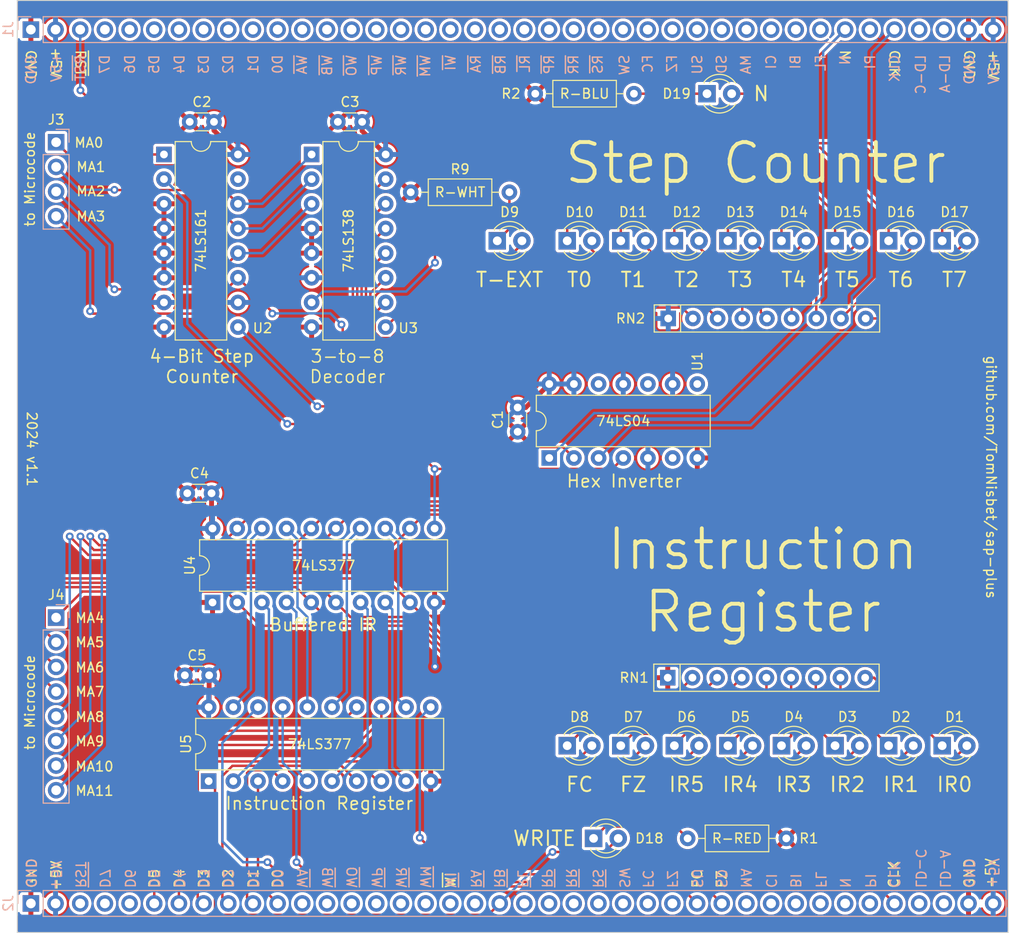
<source format=kicad_pcb>
(kicad_pcb (version 20240108) (generator "pcbnew") (generator_version "8.0")
  (title_block (title "SAP-Plus Instruction Register and Step Counter") (date "2024-12-01") (rev "1.1") (company "github.com/TomNisbet/sap-plus"))
  (layers (0 "F.Cu" signal) (31 "B.Cu" signal) (34 "B.Paste" user) (35 "F.Paste" user) (36 "B.SilkS" user "B.Silkscreen") (37 "F.SilkS" user "F.Silkscreen") (38 "B.Mask" user) (39 "F.Mask" user) (44 "Edge.Cuts" user))
  (net 0 "")
  (net 1 "CLK")
  (net 2 "N")
  (net 3 "+5V")
  (net 4 "D0")
  (net 5 "D1")
  (net 6 "D2")
  (net 7 "D3")
  (net 8 "D4")
  (net 9 "D5")
  (net 10 "GND")
  (net 11 "Net-(D1-K)")
  (net 12 "Net-(D2-K)")
  (net 13 "MA4")
  (net 14 "Net-(D3-K)")
  (net 15 "MA5")
  (net 16 "Net-(D4-K)")
  (net 17 "MA6")
  (net 18 "Net-(D5-K)")
  (net 19 "MA7")
  (net 20 "Net-(D6-K)")
  (net 21 "MA8")
  (net 22 "Net-(D7-K)")
  (net 23 "MA9")
  (net 24 "Net-(D8-K)")
  (net 25 "MA10")
  (net 26 "Net-(D9-K)")
  (net 27 "MA11")
  (net 28 "Net-(D10-K)")
  (net 29 "MA3")
  (net 30 "Net-(D10-A)")
  (net 31 "Net-(D11-K)")
  (net 32 "Net-(D11-A)")
  (net 33 "Net-(D12-A)")
  (net 34 "Net-(D12-K)")
  (net 35 "Net-(D13-A)")
  (net 36 "Net-(D13-K)")
  (net 37 "Net-(D14-A)")
  (net 38 "Net-(D14-K)")
  (net 39 "MA2")
  (net 40 "MA1")
  (net 41 "MA0")
  (net 42 "Net-(D15-K)")
  (net 43 "Net-(D15-A)")
  (net 44 "Net-(D16-K)")
  (net 45 "Net-(D16-A)")
  (net 46 "Net-(D17-K)")
  (net 47 "Net-(D17-A)")
  (net 48 "~{CLK}")
  (net 49 "~{WI}")
  (net 50 "~{RST}")
  (net 103 "Net-(U2-~{PE})")
  (net 105 "Net-(U4-D3)")
  (net 106 "Net-(U4-D1)")
  (net 107 "Net-(U4-D0)")
  (net 108 "Net-(U4-D2)")
  (net 109 "Net-(U4-D4)")
  (net 110 "Net-(U4-D5)")
  (net 111 "Net-(U4-D7)")
  (net 112 "Net-(U4-D6)")
  (net 122 "FZ")
  (net 123 "FC")
  (net 126 "Net-(D18-K)")
  (net 127 "Net-(D19-K)")
  (footprint "Capacitor_THT:C_Disc_D3.0mm_W1.6mm_P2.50mm" (layer "F.Cu") (at 136.51 87.42 90)
    (property "Reference" "C1")
    (property "Value" "0.1uF")
  )
  (footprint "Capacitor_THT:C_Disc_D3.0mm_W1.6mm_P2.50mm" (layer "F.Cu") (at 102.75 55.5)
    (property "Reference" "C2")
    (property "Value" "0.1uF")
  )
  (footprint "Capacitor_THT:C_Disc_D3.0mm_W1.6mm_P2.50mm" (layer "F.Cu") (at 118 55.5)
    (property "Reference" "C3")
    (property "Value" "0.1uF")
  )
  (footprint "Capacitor_THT:C_Disc_D3.0mm_W1.6mm_P2.50mm" (layer "F.Cu") (at 102.5 93.75)
    (property "Reference" "C4")
    (property "Value" "0.1uF")
  )
  (footprint "LED_THT:LED_D3.0mm" (layer "F.Cu") (at 180.21 119.75)
    (property "Reference" "D1")
    (property "Value" "IR0")
  )
  (footprint "LED_THT:LED_D3.0mm" (layer "F.Cu") (at 174.69571 119.75)
    (property "Reference" "D2")
    (property "Value" "IR1")
  )
  (footprint "LED_THT:LED_D3.0mm" (layer "F.Cu") (at 169.181425 119.75)
    (property "Reference" "D3")
    (property "Value" "IR2")
  )
  (footprint "LED_THT:LED_D3.0mm" (layer "F.Cu") (at 163.66714 119.75)
    (property "Reference" "D4")
    (property "Value" "IR3")
  )
  (footprint "LED_THT:LED_D3.0mm" (layer "F.Cu") (at 158.152855 119.75)
    (property "Reference" "D5")
    (property "Value" "IR4")
  )
  (footprint "LED_THT:LED_D3.0mm" (layer "F.Cu") (at 152.63857 119.75)
    (property "Reference" "D6")
    (property "Value" "IR5")
  )
  (footprint "LED_THT:LED_D3.0mm" (layer "F.Cu") (at 141.61 119.75)
    (property "Reference" "D8")
    (property "Value" "FC")
  )
  (footprint "LED_THT:LED_D3.0mm" (layer "F.Cu") (at 134.41 67.75)
    (property "Reference" "D9")
    (property "Value" "T-EXT")
  )
  (footprint "LED_THT:LED_D3.0mm" (layer "F.Cu") (at 141.61 67.75)
    (property "Reference" "D10")
    (property "Value" "T0")
  )
  (footprint "LED_THT:LED_D3.0mm" (layer "F.Cu") (at 147.124285 67.75)
    (property "Reference" "D11")
    (property "Value" "T1")
  )
  (footprint "LED_THT:LED_D3.0mm" (layer "F.Cu") (at 152.63857 67.75)
    (property "Reference" "D12")
    (property "Value" "T2")
  )
  (footprint "LED_THT:LED_D3.0mm" (layer "F.Cu") (at 158.152855 67.75)
    (property "Reference" "D13")
    (property "Value" "T3")
  )
  (footprint "LED_THT:LED_D3.0mm" (layer "F.Cu") (at 163.66714 67.75)
    (property "Reference" "D14")
    (property "Value" "T4")
  )
  (footprint "LED_THT:LED_D3.0mm" (layer "F.Cu") (at 169.181425 67.75)
    (property "Reference" "D15")
    (property "Value" "T5")
  )
  (footprint "LED_THT:LED_D3.0mm" (layer "F.Cu") (at 174.69571 67.75)
    (property "Reference" "D16")
    (property "Value" "T6")
  )
  (footprint "LED_THT:LED_D3.0mm" (layer "F.Cu") (at 180.21 67.75)
    (property "Reference" "D17")
    (property "Value" "T7")
  )
  (footprint "Resistor_THT:R_Axial_DIN0207_L6.3mm_D2.5mm_P10.16mm_Horizontal" (layer "F.Cu") (at 125.5 62.75)
    (property "Reference" "R9")
    (property "Value" "R-WHT")
  )
  (footprint "Package_DIP:DIP-20_W7.62mm" (layer "F.Cu") (at 105.1 105 90)
    (property "Reference" "U4")
    (property "Value" "74LS377")
  )
  (footprint "Package_DIP:DIP-20_W7.62mm" (layer "F.Cu") (at 104.7 123.4 90)
    (property "Reference" "U5")
    (property "Value" "74LS377")
  )
  (footprint "Package_DIP:DIP-16_W7.62mm" (layer "F.Cu") (at 115.3 58.86)
    (property "Reference" "U3")
    (property "Value" "74LS138")
  )
  (footprint "Capacitor_THT:C_Disc_D3.0mm_W1.6mm_P2.50mm" (layer "F.Cu") (at 102.25 112.5)
    (property "Reference" "C5")
    (property "Value" "0.1uF")
  )
  (footprint "LED_THT:LED_D3.0mm" (layer "F.Cu") (at 147.124285 119.75)
    (property "Reference" "D7")
    (property "Value" "FZ")
  )
  (footprint "Package_DIP:DIP-16_W7.62mm" (layer "F.Cu") (at 100.1 58.86)
    (property "Reference" "U2")
    (property "Value" "74LS161")
  )
  (footprint "Package_DIP:DIP-14_W7.62mm" (layer "F.Cu") (at 139.76 90.12 90)
    (property "Reference" "U1")
    (property "Value" "74LS04")
  )
  (footprint "Resistor_THT:R_Array_SIP9" (layer "F.Cu") (at 151.96 112.75)
    (property "Reference" "RN1")
    (property "Value" "R-GRN")
  )
  (footprint "Resistor_THT:R_Array_SIP9" (layer "F.Cu") (at 152.01 75.75)
    (property "Reference" "RN2")
    (property "Value" "R-YEL")
  )
  (footprint "LED_THT:LED_D3.0mm" (layer "F.Cu") (at 144.325 129.3)
    (property "Reference" "D18")
    (property "Value" "WRITE")
  )
  (footprint "Resistor_THT:R_Axial_DIN0207_L6.3mm_D2.5mm_P10.16mm_Horizontal" (layer "F.Cu") (at 164.165 129.3 180)
    (property "Reference" "R1")
    (property "Value" "R-RED")
  )
  (footprint "LED_THT:LED_D3.0mm" (layer "F.Cu") (at 156 52.6)
    (property "Reference" "D19")
    (property "Value" "N")
  )
  (footprint "Resistor_THT:R_Axial_DIN0207_L6.3mm_D2.5mm_P10.16mm_Horizontal" (layer "F.Cu") (at 138.32 52.6)
    (property "Reference" "R2")
    (property "Value" "R-BLU")
  )
  (footprint "Connector_PinHeader_2.54mm:PinHeader_1x40_P2.54mm_Vertical" (layer "B.Cu") (at 86.4 46 -90)
    (property "Reference" "J1")
    (property "Value" "Bus")
  )
  (footprint "Connector_PinHeader_2.54mm:PinHeader_1x04_P2.54mm_Vertical" (layer "B.Cu") (at 89 57.6 180)
    (property "Reference" "J3")
    (property "Value" "to Microcode")
  )
  (footprint "Connector_PinHeader_2.54mm:PinHeader_1x40_P2.54mm_Vertical" (layer "B.Cu") (at 86.4 136 -90)
    (property "Reference" "J2")
    (property "Value" "Bus")
  )
  (footprint "Connector_PinHeader_2.54mm:PinHeader_1x08_P2.54mm_Vertical" (layer "B.Cu") (at 89 106.56 180)
    (property "Reference" "J4")
    (property "Value" "to Microcode")
  )
  (gr_line (start 85 139) (end 85 43) (stroke (width 0.1)) (layer "Edge.Cuts"))
  (gr_line (start 187 43) (end 187 139) (stroke (width 0.1)) (layer "Edge.Cuts"))
  (gr_line (start 187 139) (end 85 139) (stroke (width 0.1)) (layer "Edge.Cuts"))
  (gr_line (start 85 43) (end 187 43) (stroke (width 0.1)) (layer "Edge.Cuts"))
  (gr_text "D1" (at 109.3 134.5 270) (layer "B.SilkS") (effects (font (size 1 1)) (justify left mirror)))
  (gr_text "~{RL}" (at 137 134.5 270) (layer "B.SilkS") (effects (font (size 1 1)) (justify left mirror)))
  (gr_text "D3" (at 104.2 134.5 270) (layer "B.SilkS") (effects (font (size 1 1)) (justify left mirror)))
  (gr_text "D0" (at 111.8 134.5 270) (layer "B.SilkS") (effects (font (size 1 1)) (justify left mirror)))
  (gr_text "GND" (at 183 134.5 270) (layer "B.SilkS") (effects (font (size 1 1)) (justify left mirror)))
  (gr_text "~{RA}" (at 132.2 134.5 270) (layer "B.SilkS") (effects (font (size 1 1)) (justify left mirror)))
  (gr_text "~{RS}" (at 144.75 48.5 90) (layer "B.SilkS") (effects (font (size 1 1)) (justify left mirror)))
  (gr_text "~{WP}" (at 122 48.5 90) (layer "B.SilkS") (effects (font (size 1 1)) (justify left mirror)))
  (gr_text "SU" (at 155 48.5 90) (layer "B.SilkS") (effects (font (size 1 1)) (justify left mirror)))
  (gr_text "~{RB}" (at 134.6 134.5 270) (layer "B.SilkS") (effects (font (size 1 1)) (justify left mirror)))
  (gr_text "GND" (at 183 48.5 90) (layer "B.SilkS") (effects (font (size 1 1)) (justify left mirror)))
  (gr_text "D2" (at 106.7 48.5 90) (layer "B.SilkS") (effects (font (size 1 1)) (justify left mirror)))
  (gr_text "CI" (at 162.6 48.5 90) (layer "B.SilkS") (effects (font (size 1 1)) (justify left mirror)))
  (gr_text "N" (at 170.2 134.5 270) (layer "B.SilkS") (effects (font (size 1 1)) (justify left mirror)))
  (gr_text "+5V" (at 185.5 48.5 90) (layer "B.SilkS") (effects (font (size 1 1)) (justify left mirror)))
  (gr_text "PI" (at 172.8 134.5 270) (layer "B.SilkS") (effects (font (size 1 1)) (justify left mirror)))
  (gr_text "D5" (at 99.1 48.5 90) (layer "B.SilkS") (effects (font (size 1 1)) (justify left mirror)))
  (gr_text "~{WP}" (at 122 134.5 270) (layer "B.SilkS") (effects (font (size 1 1)) (justify left mirror)))
  (gr_text "SW" (at 147.5 48.5 90) (layer "B.SilkS") (effects (font (size 1 1)) (justify left mirror)))
  (gr_text "~{WM}" (at 127 48.5 90) (layer "B.SilkS") (effects (font (size 1 1)) (justify left mirror)))
  (gr_text "CLK" (at 175.3 134.5 270) (layer "B.SilkS") (effects (font (size 1 1)) (justify left mirror)))
  (gr_text "+5V" (at 185.5 134.5 270) (layer "B.SilkS") (effects (font (size 1 1)) (justify left mirror)))
  (gr_text "D6" (at 96.6 134.5 270) (layer "B.SilkS") (effects (font (size 1 1)) (justify left mirror)))
  (gr_text "SD" (at 157.5 134.5 -90) (layer "B.SilkS") (effects (font (size 1 1)) (justify left mirror)))
  (gr_text "D5" (at 99.1 134.5 270) (layer "B.SilkS") (effects (font (size 1 1)) (justify left mirror)))
  (gr_text "~{WA}" (at 114.3 48.5 90) (layer "B.SilkS") (effects (font (size 1 1)) (justify left mirror)))
  (gr_text "D4" (at 101.7 48.5 90) (layer "B.SilkS") (effects (font (size 1 1)) (justify left mirror)))
  (gr_text "CLK" (at 175.3 48.5 90) (layer "B.SilkS") (effects (font (size 1 1)) (justify left mirror)))
  (gr_text "FZ" (at 152.4 48.5 90) (layer "B.SilkS") (effects (font (size 1 1)) (justify left mirror)))
  (gr_text "BI" (at 165.1 134.5 270) (layer "B.SilkS") (effects (font (size 1 1)) (justify left mirror)))
  (gr_text "LD-C" (at 178 48.5 90) (layer "B.SilkS") (effects (font (size 1 1)) (justify left mirror)))
  (gr_text "~{WA}" (at 114.3 134.5 270) (layer "B.SilkS") (effects (font (size 1 1)) (justify left mirror)))
  (gr_text "D1" (at 109.3 48.5 90) (layer "B.SilkS") (effects (font (size 1 1)) (justify left mirror)))
  (gr_text "MA" (at 160 48.5 90) (layer "B.SilkS") (effects (font (size 1 1)) (justify left mirror)))
  (gr_text "~{RB}" (at 134.75 48.5 90) (layer "B.SilkS") (effects (font (size 1 1)) (justify left mirror)))
  (gr_text "~{WM}" (at 127 134.5 270) (layer "B.SilkS") (effects (font (size 1 1)) (justify left mirror)))
  (gr_text "FZ" (at 152.4 134.5 270) (layer "B.SilkS") (effects (font (size 1 1)) (justify left mirror)))
  (gr_text "FC" (at 149.9 48.5 90) (layer "B.SilkS") (effects (font (size 1 1)) (justify left mirror)))
  (gr_text "~{WR}" (at 124.5 48.5 90) (layer "B.SilkS") (effects (font (size 1 1)) (justify left mirror)))
  (gr_text "SD" (at 157.5 48.5 90) (layer "B.SilkS") (effects (font (size 1 1)) (justify left mirror)))
  (gr_text "~{RS}" (at 144.75 134.5 -90) (layer "B.SilkS") (effects (font (size 1 1)) (justify left mirror)))
  (gr_text "~{WB}" (at 116.9 48.5 90) (layer "B.SilkS") (effects (font (size 1 1)) (justify left mirror)))
  (gr_text "LD-C" (at 178 134.5 270) (layer "B.SilkS") (effects (font (size 1 1)) (justify left mirror)))
  (gr_text "~{RA}" (at 132.2 48.5 90) (layer "B.SilkS") (effects (font (size 1 1)) (justify left mirror)))
  (gr_text "SU" (at 155 134.5 -90) (layer "B.SilkS") (effects (font (size 1 1)) (justify left mirror)))
  (gr_text "D7" (at 94 134.5 270) (layer "B.SilkS") (effects (font (size 1 1)) (justify left mirror)))
  (gr_text "~{RST}" (at 91.5 48.5 90) (layer "B.SilkS") (effects (font (size 1 1)) (justify left mirror)))
  (gr_text "~{RP}" (at 139.75 48.5 90) (layer "B.SilkS") (effects (font (size 1 1)) (justify left mirror)))
  (gr_text "D7" (at 94 48.5 90) (layer "B.SilkS") (effects (font (size 1 1)) (justify left mirror)))
  (gr_text "N" (at 170.2 48.5 90) (layer "B.SilkS") (effects (font (size 1 1)) (justify left mirror)))
  (gr_text "~{RST}" (at 91.5 134.5 270) (layer "B.SilkS") (effects (font (size 1 1)) (justify left mirror)))
  (gr_text "~{RR}" (at 142.25 48.5 90) (layer "B.SilkS") (effects (font (size 1 1)) (justify left mirror)))
  (gr_text "PI" (at 172.8 48.5 90) (layer "B.SilkS") (effects (font (size 1 1)) (justify left mirror)))
  (gr_text "GND" (at 86.4 48.5 90) (layer "B.SilkS") (effects (font (size 1 1)) (justify left mirror)))
  (gr_text "CI" (at 162.6 134.5 270) (layer "B.SilkS") (effects (font (size 1 1)) (justify left mirror)))
  (gr_text "LD-A" (at 180.5 134.5 270) (layer "B.SilkS") (effects (font (size 1 1)) (justify left mirror)))
  (gr_text "SW" (at 147.5 134.5 -90) (layer "B.SilkS") (effects (font (size 1 1)) (justify left mirror)))
  (gr_text "FL" (at 167.7 134.5 270) (layer "B.SilkS") (effects (font (size 1 1)) (justify left mirror)))
  (gr_text "D4" (at 101.7 134.5 270) (layer "B.SilkS") (effects (font (size 1 1)) (justify left mirror)))
  (gr_text "~{WI}" (at 129.6 48.5 90) (layer "B.SilkS") (effects (font (size 1 1)) (justify left mirror)))
  (gr_text "~{WI}" (at 129.6 134.5 270) (layer "B.SilkS") (effects (font (size 1 1)) (justify left mirror)))
  (gr_text "D0" (at 111.8 48.5 90) (layer "B.SilkS") (effects (font (size 1 1)) (justify left mirror)))
  (gr_text "~{WR}" (at 124.5 134.5 270) (layer "B.SilkS") (effects (font (size 1 1)) (justify left mirror)))
  (gr_text "FC" (at 149.9 134.5 270) (layer "B.SilkS") (effects (font (size 1 1)) (justify left mirror)))
  (gr_text "~{RL}" (at 137.25 48.5 90) (layer "B.SilkS") (effects (font (size 1 1)) (justify left mirror)))
  (gr_text "~{WO}" (at 119.4 134.5 270) (layer "B.SilkS") (effects (font (size 1 1)) (justify left mirror)))
  (gr_text "D2" (at 106.7 134.5 270) (layer "B.SilkS") (effects (font (size 1 1)) (justify left mirror)))
  (gr_text "~{RP}" (at 139.5 134.5 270) (layer "B.SilkS") (effects (font (size 1 1)) (justify left mirror)))
  (gr_text "GND" (at 86.4 134.5 270) (layer "B.SilkS") (effects (font (size 1 1)) (justify left mirror)))
  (gr_text "~{RR}" (at 142 134.5 270) (layer "B.SilkS") (effects (font (size 1 1)) (justify left mirror)))
  (gr_text "+5V" (at 89 134.75 270) (layer "B.SilkS") (effects (font (size 1 1)) (justify left mirror)))
  (gr_text "LD-A" (at 180.5 48.5 90) (layer "B.SilkS") (effects (font (size 1 1)) (justify left mirror)))
  (gr_text "D3" (at 104.2 48.5 90) (layer "B.SilkS") (effects (font (size 1 1)) (justify left mirror)))
  (gr_text "~{WB}" (at 116.9 134.5 270) (layer "B.SilkS") (effects (font (size 1 1)) (justify left mirror)))
  (gr_text "BI" (at 165.1 48.5 90) (layer "B.SilkS") (effects (font (size 1 1)) (justify left mirror)))
  (gr_text "MA" (at 160 134.5 270) (layer "B.SilkS") (effects (font (size 1 1)) (justify left mirror)))
  (gr_text "~{WO}" (at 119.4 48.5 90) (layer "B.SilkS") (effects (font (size 1 1)) (justify left mirror)))
  (gr_text "FL" (at 167.7 48.5 90) (layer "B.SilkS") (effects (font (size 1 1)) (justify left mirror)))
  (gr_text "+5V" (at 89 48.25 90) (layer "B.SilkS") (effects (font (size 1 1)) (justify left mirror)))
  (gr_text "D6" (at 96.6 48.5 90) (layer "B.SilkS") (effects (font (size 1 1)) (justify left mirror)))
  (gr_text "Instruction\nRegister" (at 161.75 102.75 0) (layer "F.SilkS") (effects (font (size 4 4) (thickness 0.4))))
  (gr_text "MA0" (at 90.8 57.65 0) (layer "F.SilkS") (effects (font (size 1 1)) (justify left)))
  (gr_text "MA11" (at 90.9 124.4 0) (layer "F.SilkS") (effects (font (size 1 1)) (justify left)))
  (gr_text "MA4" (at 90.9 106.6 0) (layer "F.SilkS") (effects (font (size 1 1)) (justify left)))
  (gr_text "MA5" (at 90.9 109.1 0) (layer "F.SilkS") (effects (font (size 1 1)) (justify left)))
  (gr_text "MA6" (at 90.9 111.7 0) (layer "F.SilkS") (effects (font (size 1 1)) (justify left)))
  (gr_text "MA7" (at 90.9 114.2 0) (layer "F.SilkS") (effects (font (size 1 1)) (justify left)))
  (gr_text "MA8" (at 90.9 116.8 0) (layer "F.SilkS") (effects (font (size 1 1)) (justify left)))
  (gr_text "MA9" (at 90.9 119.3 0) (layer "F.SilkS") (effects (font (size 1 1)) (justify left)))
  (gr_text "MA10" (at 90.9 121.9 0) (layer "F.SilkS") (effects (font (size 1 1)) (justify left)))
  (gr_text "MA1" (at 91 60.15 0) (layer "F.SilkS") (effects (font (size 1 1)) (justify left)))
  (gr_text "MA2" (at 91 62.65 0) (layer "F.SilkS") (effects (font (size 1 1)) (justify left)))
  (gr_text "MA3" (at 91 65.25 0) (layer "F.SilkS") (effects (font (size 1 1)) (justify left)))
  (gr_text "+5V" (at 185.21 134.5 90) (layer "F.SilkS") (effects (font (size 1 1)) (justify left)))
  (gr_text "GND" (at 183 48 270) (layer "F.SilkS") (effects (font (size 1 1)) (justify left)))
  (gr_text "D0" (at 111.8 134.5 90) (layer "F.SilkS") (effects (font (size 1 1)) (justify left)))
  (gr_text "FC" (at 155 134.5 90) (layer "F.SilkS") (effects (font (size 1 1)) (justify left)))
  (gr_text "~{WI}" (at 129.6 134.5 90) (layer "F.SilkS") (effects (font (size 1 1)) (justify left)))
  (gr_text "D3" (at 104.2 134.5 90) (layer "F.SilkS") (effects (font (size 1 1)) (justify left)))
  (gr_text "N" (at 170.2 48 270) (layer "F.SilkS") (effects (font (size 1 1)) (justify left)))
  (gr_text "~{RST}" (at 91.5 48 270) (layer "F.SilkS") (effects (font (size 1 1)) (justify left)))
  (gr_text "+5V" (at 185.5 48 270) (layer "F.SilkS") (effects (font (size 1 1)) (justify left)))
  (gr_text "D1" (at 109.3 134.5 90) (layer "F.SilkS") (effects (font (size 1 1)) (justify left)))
  (gr_text "D5" (at 99.1 134.5 90) (layer "F.SilkS") (effects (font (size 1 1)) (justify left)))
  (gr_text "D4" (at 101.7 134.5 90) (layer "F.SilkS") (effects (font (size 1 1)) (justify left)))
  (gr_text "FZ" (at 157.5 134.5 90) (layer "F.SilkS") (effects (font (size 1 1)) (justify left)))
  (gr_text "2024 v${REVISION}" (at 86.5 85.25 270) (layer "F.SilkS") (effects (font (size 1 1)) (justify left)))
  (gr_text "${COMPANY}" (at 185.25 79.5 270) (layer "F.SilkS") (effects (font (size 1 1)) (justify left)))
  (gr_text "CLK" (at 175.21 134.5 90) (layer "F.SilkS") (effects (font (size 1 1)) (justify left)))
  (gr_text "CLK" (at 175.3 48 270) (layer "F.SilkS") (effects (font (size 1 1)) (justify left)))
  (gr_text "GND" (at 86.5 134.5 90) (layer "F.SilkS") (effects (font (size 1 1)) (justify left)))
  (gr_text "+5V" (at 89 134.75 90) (layer "F.SilkS") (effects (font (size 1 1)) (justify left)))
  (gr_text "Step Counter" (at 161 59.75 0) (layer "F.SilkS") (effects (font (size 4 4) (thickness 0.4))))
  (gr_text "GND" (at 86.4 48 270) (layer "F.SilkS") (effects (font (size 1 1)) (justify left)))
  (gr_text "D2" (at 106.7 134.5 90) (layer "F.SilkS") (effects (font (size 1 1)) (justify left)))
  (gr_text "+5V" (at 89 47.75 270) (layer "F.SilkS") (effects (font (size 1 1)) (justify left)))
  (gr_text "4-Bit Step\nCounter" (at 104 82.5 0) (layer "F.SilkS") (effects (font (size 1.3 1.3) (thickness 0.17)) (justify bottom)))
  (gr_text "GND" (at 183 134.5 90) (layer "F.SilkS") (effects (font (size 1 1)) (justify left)))
  (gr_text "3-to-8\nDecoder" (at 119 82.5 0) (layer "F.SilkS") (effects (font (size 1.3 1.3)) (justify bottom)))
  (segment (start 172.3 133) (end 175.3 136) (width 0.25) (layer "F.Cu") (net 1))
  (segment (start 126.434999 129.234999) (end 130.2 133) (width 0.25) (layer "F.Cu") (net 1))
  (segment (start 130.2 133) (end 172.3 133) (width 0.25) (layer "F.Cu") (net 1))
  (via (at 126.434999 129.234999) (size 0.8) (drill 0.4) (layers "F.Cu" "B.Cu") (net 1))
  (segment (start 172.946425 48.353575) (end 172.946425 71.428575) (width 0.25) (layer "B.Cu") (net 1))
  (segment (start 160.5 86.75) (end 148.21 86.75) (width 0.25) (layer "B.Cu") (net 1))
  (segment (start 170.915 76.335) (end 160.5 86.75) (width 0.25) (layer "B.Cu") (net 1))
  (segment (start 127.56 115.78) (end 126.434999 116.905001) (width 0.25) (layer "B.Cu") (net 1))
  (segment (start 175.3 46) (end 172.946425 48.353575) (width 0.25) (layer "B.Cu") (net 1))
  (segment (start 172.946425 71.428575) (end 170.915 73.46) (width 0.25) (layer "B.Cu") (net 1))
  (segment (start 148.21 86.75) (end 144.84 90.12) (width 0.25) (layer "B.Cu") (net 1))
  (segment (start 170.915 73.46) (end 170.915 76.335) (width 0.25) (layer "B.Cu") (net 1))
  (segment (start 126.434999 116.905001) (end 126.434999 129.234999) (width 0.25) (layer "B.Cu") (net 1))
  (segment (start 163.62 52.6) (end 158.54 52.6) (width 0.25) (layer "F.Cu") (net 2))
  (segment (start 170.22 46) (end 163.62 52.6) (width 0.25) (layer "F.Cu") (net 2))
  (segment (start 166.125 75.284009) (end 166.125 76.125) (width 0.25) (layer "B.Cu") (net 2))
  (segment (start 170.22 46) (end 167.956425 48.263575) (width 0.25) (layer "B.Cu") (net 2))
  (segment (start 166.125 76.125) (end 156.75 85.5) (width 0.25) (layer "B.Cu") (net 2))
  (segment (start 167.956425 73.452584) (end 166.125 75.284009) (width 0.25) (layer "B.Cu") (net 2))
  (segment (start 144.38 85.5) (end 139.76 90.12) (width 0.25) (layer "B.Cu") (net 2))
  (segment (start 156.75 85.5) (end 144.38 85.5) (width 0.25) (layer "B.Cu") (net 2))
  (segment (start 167.956425 48.263575) (end 167.956425 73.452584) (width 0.25) (layer "B.Cu") (net 2))
  (segment (start 104.75 115.73) (end 104.7 115.78) (width 0.5) (layer "F.Cu") (net 3))
  (segment (start 136.51 84.92) (end 137.34 84.92) (width 0.5) (layer "F.Cu") (net 3))
  (segment (start 105.25 55.5) (end 105.25 56.39) (width 0.5) (layer "F.Cu") (net 3))
  (segment (start 105 93.75) (end 105 97.28) (width 0.5) (layer "F.Cu") (net 3))
  (segment (start 104.68 115.8) (end 104.7 115.78) (width 0.25) (layer "F.Cu") (net 3))
  (segment (start 120.5 56.44) (end 122.92 58.86) (width 0.5) (layer "F.Cu") (net 3))
  (segment (start 105 97.28) (end 105.1 97.38) (width 0.5) (layer "F.Cu") (net 3))
  (segment (start 137.34 84.92) (end 139.76 82.5) (width 0.5) (layer "F.Cu") (net 3))
  (segment (start 120.5 55.5) (end 120.5 56.44) (width 0.5) (layer "F.Cu") (net 3))
  (segment (start 105.25 56.39) (end 107.72 58.86) (width 0.5) (layer "F.Cu") (net 3))
  (segment (start 104.75 112.5) (end 104.75 115.73) (width 0.5) (layer "F.Cu") (net 3))
  (segment (start 109.78 123.4) (end 109.78 133.98) (width 0.25) (layer "F.Cu") (net 4))
  (segment (start 109.78 133.98) (end 111.8 136) (width 0.25) (layer "F.Cu") (net 4))
  (segment (start 108.654999 122.570001) (end 108.654999 135.394999) (width 0.25) (layer "F.Cu") (net 5))
  (segment (start 108.950001 122.274999) (end 108.654999 122.570001) (width 0.25) (layer "F.Cu") (net 5))
  (segment (start 108.654999 135.394999) (end 109.26 136) (width 0.25) (layer "F.Cu") (net 5))
  (segment (start 111.194999 122.274999) (end 108.950001 122.274999) (width 0.25) (layer "F.Cu") (net 5))
  (segment (start 112.32 123.4) (end 111.194999 122.274999) (width 0.25) (layer "F.Cu") (net 5))
  (segment (start 118.364991 121.824991) (end 107.150007 121.824991) (width 0.25) (layer "F.Cu") (net 6))
  (segment (start 107.150007 121.824991) (end 106.114999 122.859999) (width 0.25) (layer "F.Cu") (net 6))
  (segment (start 106.114999 122.859999) (end 106.114999 135.394999) (width 0.25) (layer "F.Cu") (net 6))
  (segment (start 119.94 123.4) (end 118.364991 121.824991) (width 0.25) (layer "F.Cu") (net 6))
  (segment (start 106.114999 135.394999) (end 106.72 136) (width 0.25) (layer "F.Cu") (net 6))
  (segment (start 103.574999 122.339999) (end 103.574999 135.394999) (width 0.25) (layer "F.Cu") (net 7))
  (segment (start 122.1 123.4) (end 120.074991 121.374991) (width 0.25) (layer "F.Cu") (net 7))
  (segment (start 103.574999 135.394999) (end 104.18 136) (width 0.25) (layer "F.Cu") (net 7))
  (segment (start 120.074991 121.374991) (end 118.861405 121.374991) (width 0.25) (layer "F.Cu") (net 7))
  (segment (start 118.861405 121.374991) (end 104.540007 121.374991) (width 0.25) (layer "F.Cu") (net 7))
  (segment (start 122.48 123.4) (end 122.1 123.4) (width 0.25) (layer "F.Cu") (net 7))
  (segment (start 104.540007 121.374991) (end 103.574999 122.339999) (width 0.25) (layer "F.Cu") (net 7))
  (segment (start 122.48 117.12) (end 119.92 119.68) (width 0.25) (layer "F.Cu") (net 8))
  (segment (start 101.64 121.516396) (end 101.64 136) (width 0.25) (layer "F.Cu") (net 8))
  (segment (start 119.92 119.68) (end 103.476396 119.68) (width 0.25) (layer "F.Cu") (net 8))
  (segment (start 122.48 115.78) (end 122.48 117.12) (width 0.25) (layer "F.Cu") (net 8))
  (segment (start 103.476396 119.68) (end 101.64 121.516396) (width 0.25) (layer "F.Cu") (net 8))
  (segment (start 119.94 115.78) (end 117.51 118.21) (width 0.25) (layer "F.Cu") (net 9))
  (segment (start 102.19 118.21) (end 99.1 121.3) (width 0.25) (layer "F.Cu") (net 9))
  (segment (start 117.51 118.21) (end 102.19 118.21) (width 0.25) (layer "F.Cu") (net 9))
  (segment (start 99.1 121.3) (end 99.1 136) (width 0.25) (layer "F.Cu") (net 9))
  (via (at 128 111.6) (size 0.8) (drill 0.4) (layers "F.Cu" "B.Cu") (net 10))
  (segment (start 127.96 111.56) (end 128 111.6) (width 0.5) (layer "B.Cu") (net 10))
  (segment (start 127.96 105) (end 127.96 111.56) (width 0.5) (layer "B.Cu") (net 10))
  (segment (start 172.28 112.75) (end 173.2 112.75) (width 0.25) (layer "F.Cu") (net 11))
  (segment (start 173.2 112.75) (end 180.2 119.75) (width 0.25) (layer "F.Cu") (net 11))
  (segment (start 180.2 119.75) (end 180.21 119.75) (width 0.25) (layer "F.Cu") (net 11))
  (segment (start 169.74 112.75) (end 169.74 114.79429) (width 0.25) (layer "F.Cu") (net 12))
  (segment (start 169.74 114.79429) (end 174.69571 119.75) (width 0.25) (layer "F.Cu") (net 12))
  (segment (start 131.7 119.60923) (end 136.54077 124.45) (width 0.25) (layer "F.Cu") (net 13))
  (segment (start 178.05 124.45) (end 182.75 119.75) (width 0.25) (layer "F.Cu") (net 13))
  (segment (start 107.64 105) (end 106.514999 103.874999) (width 0.25) (layer "F.Cu") (net 13))
  (segment (start 107.64 105) (end 110.040022 107.400022) (width 0.25) (layer "F.Cu") (net 13))
  (segment (start 110.040022 107.400022) (end 125.863612 107.400022) (width 0.25) (layer "F.Cu") (net 13))
  (segment (start 91.685001 103.874999) (end 89 106.56) (width 0.25) (layer "F.Cu") (net 13))
  (segment (start 131.7 113.23641) (end 131.7 119.60923) (width 0.25) (layer "F.Cu") (net 13))
  (segment (start 106.514999 103.874999) (end 91.685001 103.874999) (width 0.25) (layer "F.Cu") (net 13))
  (segment (start 125.863612 107.400022) (end 131.7 113.23641) (width 0.25) (layer "F.Cu") (net 13))
  (segment (start 136.54077 124.45) (end 178.05 124.45) (width 0.25) (layer "F.Cu") (net 13))
  (segment (start 167.2 112.75) (end 167.2 117.768575) (width 0.25) (layer "F.Cu") (net 14))
  (segment (start 167.2 117.768575) (end 169.181425 119.75) (width 0.25) (layer "F.Cu") (net 14))
  (segment (start 132.199982 119.472789) (end 136.727193 124) (width 0.25) (layer "F.Cu") (net 15))
  (segment (start 126.050011 106.950011) (end 132.199981 113.099981) (width 0.25) (layer "F.Cu") (net 15))
  (segment (start 132.199981 113.099981) (end 132.199982 119.449982) (width 0.25) (layer "F.Cu") (net 15))
  (segment (start 113.684989 103.424989) (end 89.850009 103.424989) (width 0.25) (layer "F.Cu") (net 15))
  (segment (start 87.824999 105.449999) (end 87.824999 107.924999) (width 0.25) (layer "F.Cu") (net 15))
  (segment (start 136.727193 124) (end 172.98571 124) (width 0.25) (layer "F.Cu") (net 15))
  (segment (start 115.26 105) (end 117.210011 106.950011) (width 0.25) (layer "F.Cu") (net 15))
  (segment (start 87.824999 107.924999) (end 89 109.1) (width 0.25) (layer "F.Cu") (net 15))
  (segment (start 132.199982 119.449982) (end 132.199982 119.472802) (width 0.25) (layer "F.Cu") (net 15))
  (segment (start 115.26 105) (end 113.684989 103.424989) (width 0.25) (layer "F.Cu") (net 15))
  (segment (start 132.199982 119.449982) (end 132.199982 119.472789) (width 0.25) (layer "F.Cu") (net 15))
  (segment (start 172.98571 124) (end 177.23571 119.75) (width 0.25) (layer "F.Cu") (net 15))
  (segment (start 89.850009 103.424989) (end 87.824999 105.449999) (width 0.25) (layer "F.Cu") (net 15))
  (segment (start 117.210011 106.950011) (end 126.050011 106.950011) (width 0.25) (layer "F.Cu") (net 15))
  (segment (start 164.66 112.75) (end 164.66 118.75714) (width 0.25) (layer "F.Cu") (net 16))
  (segment (start 164.66 118.75714) (end 163.66714 119.75) (width 0.25) (layer "F.Cu") (net 16))
  (segment (start 132.649989 112.886399) (end 132.649989 119.2864) (width 0.25) (layer "F.Cu") (net 17))
  (segment (start 117.8 105) (end 115.77498 102.97498) (width 0.25) (layer "F.Cu") (net 17))
  (segment (start 119.3 106.5) (end 126.26359 106.5) (width 0.25) (layer "F.Cu") (net 17))
  (segment (start 132.649989 119.2864) (end 136.863589 123.5) (width 0.25) (layer "F.Cu") (net 17))
  (segment (start 89.663608 102.97498) (end 87.374989 105.263599) (width 0.25) (layer "F.Cu") (net 17))
  (segment (start 167.971425 123.5) (end 171.721425 119.75) (width 0.25) (layer "F.Cu") (net 17))
  (segment (start 136.863589 123.5) (end 167.971425 123.5) (width 0.25) (layer "F.Cu") (net 17))
  (segment (start 115.77498 102.97498) (end 89.663608 102.97498) (width 0.25) (layer "F.Cu") (net 17))
  (segment (start 117.8 105) (end 119.3 106.5) (width 0.25) (layer "F.Cu") (net 17))
  (segment (start 87.374989 105.263599) (end 87.374989 110.014989) (width 0.25) (layer "F.Cu") (net 17))
  (segment (start 126.26359 106.5) (end 132.649989 112.886399) (width 0.25) (layer "F.Cu") (net 17))
  (segment (start 87.374989 110.014989) (end 89 111.64) (width 0.25) (layer "F.Cu") (net 17))
  (segment (start 162.12 112.75) (end 162.12 115.782855) (width 0.25) (layer "F.Cu") (net 18))
  (segment (start 162.12 115.782855) (end 158.152855 119.75) (width 0.25) (layer "F.Cu") (net 18))
  (segment (start 125.42 105) (end 122.944971 102.524971) (width 0.25) (layer "F.Cu") (net 19))
  (segment (start 86.924979 112.104979) (end 89 114.18) (width 0.25) (layer "F.Cu") (net 19))
  (segment (start 133.1 119.1) (end 137.05 123.05) (width 0.25) (layer "F.Cu") (net 19))
  (segment (start 122.944971 102.524971) (end 89.477208 102.52497) (width 0.25) (layer "F.Cu") (net 19))
  (segment (start 125.42 105) (end 125.42 105.02) (width 0.25) (layer "F.Cu") (net 19))
  (segment (start 133.1 112.7) (end 133.1 119.1) (width 0.25) (layer "F.Cu") (net 19))
  (segment (start 86.924979 105.077199) (end 86.924979 112.104979) (width 0.25) (layer "F.Cu") (net 19))
  (segment (start 125.42 105.02) (end 133.1 112.7) (width 0.25) (layer "F.Cu") (net 19))
  (segment (start 89.477208 102.52497) (end 86.924979 105.077199) (width 0.25) (layer "F.Cu") (net 19))
  (segment (start 137.05 123.05) (end 162.90714 123.05) (width 0.25) (layer "F.Cu") (net 19))
  (segment (start 162.90714 123.05) (end 166.20714 119.75) (width 0.25) (layer "F.Cu") (net 19))
  (segment (start 152.63857 119.69143) (end 152.63857 119.75) (width 0.25) (layer "F.Cu") (net 20))
  (segment (start 159.58 112.75) (end 152.63857 119.69143) (width 0.25) (layer "F.Cu") (net 20))
  (segment (start 137.290767 122.6) (end 157.842855 122.6) (width 0.25) (layer "F.Cu") (net 21))
  (segment (start 125.42 97.38) (end 126.849967 95.950033) (width 0.25) (layer "F.Cu") (net 21))
  (segment (start 157.842855 122.6) (end 160.692855 119.75) (width 0.25) (layer "F.Cu") (net 21))
  (segment (start 92.3 100.1) (end 90.4 98.2) (width 0.25) (layer "F.Cu") (net 21))
  (segment (start 122.7 100.1) (end 92.3 100.1) (width 0.25) (layer "F.Cu") (net 21))
  (segment (start 126.849967 95.950033) (end 129.650033 95.950033) (width 0.25) (layer "F.Cu") (net 21))
  (segment (start 125.42 97.38) (end 122.7 100.1) (width 0.25) (layer "F.Cu") (net 21))
  (segment (start 129.650033 95.950033) (end 133.550011 99.850011) (width 0.25) (layer "F.Cu") (net 21))
  (segment (start 133.550011 118.859244) (end 137.290767 122.6) (width 0.25) (layer "F.Cu") (net 21))
  (segment (start 133.550011 99.850011) (end 133.550011 118.859244) (width 0.25) (layer "F.Cu") (net 21))
  (via (at 90.4 98.2) (size 0.8) (drill 0.4) (layers "F.Cu" "B.Cu") (net 21))
  (segment (start 90.4 115.32) (end 90.4 98.2) (width 0.25) (layer "B.Cu") (net 21))
  (segment (start 89 116.72) (end 90.4 115.32) (width 0.25) (layer "B.Cu") (net 21))
  (segment (start 148.349285 118.525) (end 147.124285 119.75) (width 0.25) (layer "F.Cu") (net 22))
  (segment (start 157.04 112.75) (end 151.265 118.525) (width 0.25) (layer "F.Cu") (net 22))
  (segment (start 151.265 118.525) (end 148.349285 118.525) (width 0.25) (layer "F.Cu") (net 22))
  (segment (start 115.58 99.6) (end 92.9 99.6) (width 0.25) (layer "F.Cu") (net 23))
  (segment (start 137.477178 122.15) (end 152.77857 122.15) (width 0.25) (layer "F.Cu") (net 23))
  (segment (start 117.8 97.38) (end 115.58 99.6) (width 0.25) (layer "F.Cu") (net 23))
  (segment (start 134.000022 99.663611) (end 134.000022 118.672844) (width 0.25) (layer "F.Cu") (net 23))
  (segment (start 152.77857 122.15) (end 155.17857 119.75) (width 0.25) (layer "F.Cu") (net 23))
  (segment (start 129.836433 95.500022) (end 134.000022 99.663611) (width 0.25) (layer "F.Cu") (net 23))
  (segment (start 117.8 97.38) (end 119.679978 95.500022) (width 0.25) (layer "F.Cu") (net 23))
  (segment (start 134.000022 118.672844) (end 137.477178 122.15) (width 0.25) (layer "F.Cu") (net 23))
  (segment (start 92.9 99.6) (end 91.5 98.2) (width 0.25) (layer "F.Cu") (net 23))
  (segment (start 119.679978 95.500022) (end 129.836433 95.500022) (width 0.25) (layer "F.Cu") (net 23))
  (via (at 91.5 98.2) (size 0.8) (drill 0.4) (layers "F.Cu" "B.Cu") (net 23))
  (segment (start 89 119.26) (end 91.5 116.76) (width 0.25) (layer "B.Cu") (net 23))
  (segment (start 91.5 116.76) (end 91.5 98.2) (width 0.25) (layer "B.Cu") (net 23))
  (segment (start 149.175 118.075) (end 143.285 118.075) (width 0.25) (layer "F.Cu") (net 24))
  (segment (start 143.285 118.075) (end 141.61 119.75) (width 0.25) (layer "F.Cu") (net 24))
  (segment (start 154.5 112.75) (end 149.175 118.075) (width 0.25) (layer "F.Cu") (net 24))
  (segment (start 147.714285 121.7) (end 149.664285 119.75) (width 0.25) (layer "F.Cu") (net 25))
  (segment (start 115.26 97.38) (end 113.54 99.1) (width 0.25) (layer "F.Cu") (net 25))
  (segment (start 134.450033 99.386443) (end 134.450033 118.486444) (width 0.25) (layer "F.Cu") (net 25))
  (segment (start 130.113601 95.050011) (end 134.450033 99.386443) (width 0.25) (layer "F.Cu") (net 25))
  (segment (start 115.26 97.38) (end 117.589989 95.050011) (width 0.25) (layer "F.Cu") (net 25))
  (segment (start 113.54 99.1) (end 93.42532 99.1) (width 0.25) (layer "F.Cu") (net 25))
  (segment (start 93.42532 99.1) (end 92.51266 98.18734) (width 0.25) (layer "F.Cu") (net 25))
  (segment (start 117.589989 95.050011) (end 130.113601 95.050011) (width 0.25) (layer "F.Cu") (net 25))
  (segment (start 134.450033 118.486444) (end 137.663589 121.7) (width 0.25) (layer "F.Cu") (net 25))
  (segment (start 137.663589 121.7) (end 147.714285 121.7) (width 0.25) (layer "F.Cu") (net 25))
  (via (at 92.51266 98.18734) (size 0.8) (drill 0.4) (layers "F.Cu" "B.Cu") (net 25))
  (segment (start 89 121.8) (end 92.51266 118.28734) (width 0.25) (layer "B.Cu") (net 25))
  (segment (start 92.51266 118.28734) (end 92.51266 98.18734) (width 0.25) (layer "B.Cu") (net 25))
  (segment (start 135.66 66.5) (end 134.41 67.75) (width 0.25) (layer "F.Cu") (net 26))
  (segment (start 135.66 62.75) (end 135.66 66.5) (width 0.25) (layer "F.Cu") (net 26))
  (segment (start 134.900044 118.25) (end 137.900044 121.25) (width 0.25) (layer "F.Cu") (net 27))
  (segment (start 107.64 97.38) (end 110.42 94.6) (width 0.25) (layer "F.Cu") (net 27))
  (segment (start 110.42 94.6) (end 130.3 94.6) (width 0.25) (layer "F.Cu") (net 27))
  (segment (start 107.64 97.38) (end 106.420001 98.599999) (width 0.25) (layer "F.Cu") (net 27))
  (segment (start 134.900044 99.200044) (end 134.900044 118.25) (width 0.25) (layer "F.Cu") (net 27))
  (segment (start 106.420001 98.599999) (end 94.099999 98.599999) (width 0.25) (layer "F.Cu") (net 27))
  (segment (start 94.099999 98.599999) (end 93.7 98.2) (width 0.25) (layer "F.Cu") (net 27))
  (segment (start 130.3 94.6) (end 134.900044 99.200044) (width 0.25) (layer "F.Cu") (net 27))
  (segment (start 142.65 121.25) (end 144.15 119.75) (width 0.25) (layer "F.Cu") (net 27))
  (segment (start 137.900044 121.25) (end 142.65 121.25) (width 0.25) (layer "F.Cu") (net 27))
  (via (at 93.7 98.2) (size 0.8) (drill 0.4) (layers "F.Cu" "B.Cu") (net 27))
  (segment (start 89 124.34) (end 93.7 119.64) (width 0.25) (layer "B.Cu") (net 27))
  (segment (start 93.7 119.64) (end 93.7 98.2) (width 0.25) (layer "B.Cu") (net 27))
  (segment (start 122.92 61.4) (end 119.544944 64.775056) (width 0.25) (layer "F.Cu") (net 28))
  (segment (start 132.10004 62.69996) (end 133.849945 60.950055) (width 0.25) (layer "F.Cu") (net 28))
  (segment (start 119.544944 78.112001) (end 121.447999 80.015056) (width 0.25) (layer "F.Cu") (net 28))
  (segment (start 119.544944 64.775056) (end 119.544944 78.112001) (width 0.25) (layer "F.Cu") (net 28))
  (segment (start 132.10004 72.307017) (end 132.10004 62.69996) (width 0.25) (layer "F.Cu") (net 28))
  (segment (start 124.392001 80.015056) (end 132.10004 72.307017) (width 0.25) (layer "F.Cu") (net 28))
  (segment (start 137.230055 60.950055) (end 141.61 65.33) (width 0.25) (layer "F.Cu") (net 28))
  (segment (start 133.849945 60.950055) (end 137.230055 60.950055) (width 0.25) (layer "F.Cu") (net 28))
  (segment (start 141.61 65.33) (end 141.61 67.75) (width 0.25) (layer "F.Cu") (net 28))
  (segment (start 121.447999 80.015056) (end 124.392001 80.015056) (width 0.25) (layer "F.Cu") (net 28))
  (segment (start 121.261599 80.465067) (end 124.578401 80.465067) (width 0.25) (layer "F.Cu") (net 29))
  (segment (start 136.95 68.093468) (end 136.95 67.75) (width 0.25) (layer "F.Cu") (net 29))
  (segment (start 118.375 76.375) (end 118.5 76.5) (width 0.25) (layer "F.Cu") (net 29))
  (segment (start 92.75 75.25) (end 104.03 75.25) (width 0.25) (layer "F.Cu") (net 29))
  (segment (start 124.578401 80.465067) (end 136.95 68.093468) (width 0.25) (layer "F.Cu") (net 29))
  (segment (start 107.72 71.56) (end 111.25 75.09) (width 0.25) (layer "F.Cu") (net 29))
  (segment (start 118.5 77.703468) (end 121.261599 80.465067) (width 0.25) (layer "F.Cu") (net 29))
  (segment (start 92.5 75) (end 92.75 75.25) (width 0.25) (layer "F.Cu") (net 29))
  (segment (start 104.03 75.25) (end 107.72 71.56) (width 0.25) (layer "F.Cu") (net 29))
  (segment (start 118.5 76.5) (end 118.5 77.703468) (width 0.25) (layer "F.Cu") (net 29))
  (segment (start 111.25 75.09) (end 111.25 75.25) (width 0.25) (layer "F.Cu") (net 29))
  (via (at 118.375 76.375) (size 0.8) (drill 0.4) (layers "F.Cu" "B.Cu") (net 29))
  (via (at 92.5 75) (size 0.8) (drill 0.4) (layers "F.Cu" "B.Cu") (net 29))
  (via (at 111.25 75.25) (size 0.8) (drill 0.4) (layers "F.Cu" "B.Cu") (net 29))
  (segment (start 92.5 75) (end 92.5 68.75) (width 0.25) (layer "B.Cu") (net 29))
  (segment (start 117.225001 75.225001) (end 111.41 75.225001) (width 0.25) (layer "B.Cu") (net 29))
  (segment (start 89 65.25) (end 89 65.22) (width 0.25) (layer "B.Cu") (net 29))
  (segment (start 111.360002 75.225001) (end 111.385001 75.225001) (width 0.25) (layer "B.Cu") (net 29))
  (segment (start 111.25 75.25) (end 111.360002 75.225001) (width 0.25) (layer "B.Cu") (net 29))
  (segment (start 118.375 76.375) (end 117.225001 75.225001) (width 0.25) (layer "B.Cu") (net 29))
  (segment (start 111.41 75.225001) (end 111.25 75.25) (width 0.25) (layer "B.Cu") (net 29))
  (segment (start 92.5 68.75) (end 89 65.25) (width 0.25) (layer "B.Cu") (net 29))
  (segment (start 150.085 74.625) (end 144.15 68.69) (width 0.25) (layer "F.Cu") (net 30))
  (segment (start 154.55 75.75) (end 153.425 74.625) (width 0.25) (layer "F.Cu") (net 30))
  (segment (start 144.15 68.69) (end 144.15 67.75) (width 0.25) (layer "F.Cu") (net 30))
  (segment (start 153.425 74.625) (end 150.085 74.625) (width 0.25) (layer "F.Cu") (net 30))
  (segment (start 142.73644 60.500044) (end 133.645596 60.500044) (width 0.25) (layer "F.Cu") (net 31))
  (segment (start 131.650029 72.120617) (end 124.205601 79.565045) (width 0.25) (layer "F.Cu") (net 31))
  (segment (start 147.124285 67.75) (end 147.124285 64.887889) (width 0.25) (layer "F.Cu") (net 31))
  (segment (start 119.994955 66.865045) (end 122.92 63.94) (width 0.25) (layer "F.Cu") (net 31))
  (segment (start 124.205601 79.565045) (end 121.634399 79.565045) (width 0.25) (layer "F.Cu") (net 31))
  (segment (start 121.634399 79.565045) (end 119.994955 77.925601) (width 0.25) (layer "F.Cu") (net 31))
  (segment (start 119.994955 77.925601) (end 119.994955 66.865045) (width 0.25) (layer "F.Cu") (net 31))
  (segment (start 131.650029 62.495611) (end 131.650029 72.120617) (width 0.25) (layer "F.Cu") (net 31))
  (segment (start 147.124285 64.887889) (end 142.73644 60.500044) (width 0.25) (layer "F.Cu") (net 31))
  (segment (start 133.645596 60.500044) (end 131.650029 62.495611) (width 0.25) (layer "F.Cu") (net 31))
  (segment (start 157.09 75.75) (end 149.664285 68.324285) (width 0.25) (layer "F.Cu") (net 32))
  (segment (start 149.664285 68.324285) (end 149.664285 67.75) (width 0.25) (layer "F.Cu") (net 32))
  (segment (start 155.17857 68.41857) (end 155.17857 67.75) (width 0.25) (layer "F.Cu") (net 33))
  (segment (start 159.63 75.75) (end 159.63 72.87) (width 0.25) (layer "F.Cu") (net 33))
  (segment (start 159.63 72.87) (end 155.17857 68.41857) (width 0.25) (layer "F.Cu") (net 33))
  (segment (start 131.200018 62.309211) (end 133.459196 60.050033) (width 0.25) (layer "F.Cu") (net 34))
  (segment (start 147.800714 60.050033) (end 152.63857 64.887889) (width 0.25) (layer "F.Cu") (net 34))
  (segment (start 152.63857 64.887889) (end 152.63857 67.75) (width 0.25) (layer "F.Cu") (net 34))
  (segment (start 131.200018 71.934217) (end 131.200018 62.309211) (width 0.25) (layer "F.Cu") (net 34))
  (segment (start 133.459196 60.050033) (end 147.800714 60.050033) (width 0.25) (layer "F.Cu") (net 34))
  (segment (start 121.820799 79.115034) (end 124.019201 79.115034) (width 0.25) (layer "F.Cu") (net 34))
  (segment (start 120.444966 77.739201) (end 121.820799 79.115034) (width 0.25) (layer "F.Cu") (net 34))
  (segment (start 120.444966 68.955034) (end 120.444966 77.739201) (width 0.25) (layer "F.Cu") (net 34))
  (segment (start 122.92 66.48) (end 120.444966 68.955034) (width 0.25) (layer "F.Cu") (net 34))
  (segment (start 124.019201 79.115034) (end 131.200018 71.934217) (width 0.25) (layer "F.Cu") (net 34))
  (segment (start 162.17 75.75) (end 161.54 75.12) (width 0.25) (layer "F.Cu") (net 35))
  (segment (start 161.54 75.12) (end 161.54 68.597145) (width 0.25) (layer "F.Cu") (net 35))
  (segment (start 161.54 68.597145) (end 160.692855 67.75) (width 0.25) (layer "F.Cu") (net 35))
  (segment (start 120.894977 71.045023) (end 122.92 69.02) (width 0.25) (layer "F.Cu") (net 36))
  (segment (start 123.832801 78.665023) (end 122.007199 78.665023) (width 0.25) (layer "F.Cu") (net 36))
  (segment (start 130.750007 71.747817) (end 123.832801 78.665023) (width 0.25) (layer "F.Cu") (net 36))
  (segment (start 158.152855 64.902855) (end 152.850022 59.600022) (width 0.25) (layer "F.Cu") (net 36))
  (segment (start 133.272796 59.600022) (end 130.750007 62.122811) (width 0.25) (layer "F.Cu") (net 36))
  (segment (start 122.007199 78.665023) (end 120.894977 77.552801) (width 0.25) (layer "F.Cu") (net 36))
  (segment (start 130.750007 62.122811) (end 130.750007 71.747817) (width 0.25) (layer "F.Cu") (net 36))
  (segment (start 158.152855 67.75) (end 158.152855 64.902855) (width 0.25) (layer "F.Cu") (net 36))
  (segment (start 152.850022 59.600022) (end 133.272796 59.600022) (width 0.25) (layer "F.Cu") (net 36))
  (segment (start 120.894977 77.552801) (end 120.894977 71.045023) (width 0.25) (layer "F.Cu") (net 36))
  (segment (start 164.71 69.24714) (end 166.20714 67.75) (width 0.25) (layer "F.Cu") (net 37))
  (segment (start 164.71 75.75) (end 164.71 69.24714) (width 0.25) (layer "F.Cu") (net 37))
  (segment (start 157.900011 59.150011) (end 163.66714 64.91714) (width 0.25) (layer "F.Cu") (net 38))
  (segment (start 121.344988 73.135012) (end 121.344988 77.366401) (width 0.25) (layer "F.Cu") (net 38))
  (segment (start 130.299996 61.936411) (end 133.086396 59.150011) (width 0.25) (layer "F.Cu") (net 38))
  (segment (start 121.344988 77.366401) (end 122.193599 78.215012) (width 0.25) (layer "F.Cu") (net 38))
  (segment (start 123.646401 78.215012) (end 130.299996 71.561417) (width 0.25) (layer "F.Cu") (net 38))
  (segment (start 122.193599 78.215012) (end 123.646401 78.215012) (width 0.25) (layer "F.Cu") (net 38))
  (segment (start 133.086396 59.150011) (end 157.900011 59.150011) (width 0.25) (layer "F.Cu") (net 38))
  (segment (start 130.299996 71.561417) (end 130.299996 61.936411) (width 0.25) (layer "F.Cu") (net 38))
  (segment (start 163.66714 64.91714) (end 163.66714 67.75) (width 0.25) (layer "F.Cu") (net 38))
  (segment (start 122.92 71.56) (end 121.344988 73.135012) (width 0.25) (layer "F.Cu") (net 38))
  (segment (start 107.72 69.02) (end 103.99 72.75) (width 0.25) (layer "F.Cu") (net 39))
  (segment (start 103.99 72.75) (end 95 72.75) (width 0.25) (layer "F.Cu") (net 39))
  (via (at 95 72.75) (size 0.8) (drill 0.4) (layers "F.Cu" "B.Cu") (net 39))
  (segment (start 94.5 72.25) (end 94.5 68.18) (width 0.25) (layer "B.Cu") (net 39))
  (segment (start 94.5 68.18) (end 89 62.68) (width 0.25) (layer "B.Cu") (net 39))
  (segment (start 107.72 69.02) (end 110.22 69.02) (width 0.25) (layer "B.Cu") (net 39))
  (segment (start 95 72.75) (end 94.5 72.25) (width 0.25) (layer "B.Cu") (net 39))
  (segment (start 110.22 69.02) (end 115.3 63.94) (width 0.25) (layer "B.Cu") (net 39))
  (segment (start 103.765 62.525) (end 95.025 62.525) (width 0.25) (layer "F.Cu") (net 40))
  (segment (start 107.72 66.48) (end 103.765 62.525) (width 0.25) (layer "F.Cu") (net 40))
  (segment (start 95.025 62.525) (end 95 62.5) (width 0.25) (layer "F.Cu") (net 40))
  (segment (start 95 62.5) (end 94.975 62.525) (width 0.25) (layer "F.Cu") (net 40))
  (via (at 95 62.5) (size 0.8) (drill 0.4) (layers "F.Cu" "B.Cu") (net 40))
  (segment (start 110.22 66.48) (end 115.3 61.4) (width 0.25) (layer "B.Cu") (net 40))
  (segment (start 107.72 66.48) (end 110.22 66.48) (width 0.25) (layer "B.Cu") (net 40))
  (segment (start 91.36 62.5) (end 89 60.14) (width 0.25) (layer "B.Cu") (net 40))
  (segment (start 95 62.5) (end 91.36 62.5) (width 0.25) (layer "B.Cu") (net 40))
  (segment (start 91.385 59.985) (end 89 57.6) (width 0.25) (layer "F.Cu") (net 41))
  (segment (start 103.765 59.985) (end 91.385 59.985) (width 0.25) (layer "F.Cu") (net 41))
  (segment (start 107.72 63.94) (end 103.765 59.985) (width 0.25) (layer "F.Cu") (net 41))
  (segment (start 107.72 63.94) (end 110.22 63.94) (width 0.25) (layer "B.Cu") (net 41))
  (segment (start 110.22 63.94) (end 115.3 58.86) (width 0.25) (layer "B.Cu") (net 41))
  (segment (start 129.849985 71.375017) (end 129.849985 61.750011) (width 0.25) (layer "F.Cu") (net 42))
  (segment (start 121.794999 77.180001) (end 122.379999 77.765001) (width 0.25) (layer "F.Cu") (net 42))
  (segment (start 122.92 74.1) (end 121.794999 75.225001) (width 0.25) (layer "F.Cu") (net 42))
  (segment (start 169.181425 64.931425) (end 169.181425 67.75) (width 0.25) (layer "F.Cu") (net 42))
  (segment (start 162.95 58.7) (end 169.181425 64.931425) (width 0.25) (layer "F.Cu") (net 42))
  (segment (start 129.849985 61.750011) (end 132.899996 58.7) (width 0.25) (layer "F.Cu") (net 42))
  (segment (start 123.460001 77.765001) (end 129.849985 71.375017) (width 0.25) (layer "F.Cu") (net 42))
  (segment (start 121.794999 75.225001) (end 121.794999 77.180001) (width 0.25) (layer "F.Cu") (net 42))
  (segment (start 122.379999 77.765001) (end 123.460001 77.765001) (width 0.25) (layer "F.Cu") (net 42))
  (segment (start 132.899996 58.7) (end 162.95 58.7) (width 0.25) (layer "F.Cu") (net 42))
  (segment (start 167.25 72.221425) (end 171.721425 67.75) (width 0.25) (layer "F.Cu") (net 43))
  (segment (start 167.25 75.75) (end 167.25 72.221425) (width 0.25) (layer "F.Cu") (net 43))
  (segment (start 129.399978 70.160022) (end 129.399978 61.536432) (width 0.25) (layer "F.Cu") (net 44))
  (segment (start 122.92 76.64) (end 129.399978 70.160022) (width 0.25) (layer "F.Cu") (net 44))
  (segment (start 129.399978 61.536432) (end 132.786399 58.150011) (width 0.25) (layer "F.Cu") (net 44))
  (segment (start 132.786399 58.150011) (end 167.650011 58.150011) (width 0.25) (layer "F.Cu") (net 44))
  (segment (start 174.69571 65.19571) (end 174.69571 67.75) (width 0.25) (layer "F.Cu") (net 44))
  (segment (start 167.650011 58.150011) (end 174.69571 65.19571) (width 0.25) (layer "F.Cu") (net 44))
  (segment (start 177.23571 68.30429) (end 177.23571 67.75) (width 0.25) (layer "F.Cu") (net 45))
  (segment (start 169.79 75.75) (end 177.23571 68.30429) (width 0.25) (layer "F.Cu") (net 45))
  (segment (start 180.21 65.21) (end 180.21 67.75) (width 0.25) (layer "F.Cu") (net 46))
  (segment (start 128 70) (end 128 62.3) (width 0.25) (layer "F.Cu") (net 46))
  (segment (start 128 62.3) (end 132.6 57.7) (width 0.25) (layer "F.Cu") (net 46))
  (segment (start 132.6 57.7) (end 172.7 57.7) (width 0.25) (layer "F.Cu") (net 46))
  (segment (start 172.7 57.7) (end 180.21 65.21) (width 0.25) (layer "F.Cu") (net 46))
  (via (at 128 70) (size 0.8) (drill 0.4) (layers "F.Cu" "B.Cu") (net 46))
  (segment (start 115.3 74.1) (end 116.425001 72.974999) (width 0.25) (layer "B.Cu") (net 46))
  (segment (start 125.025001 72.974999) (end 128 70) (width 0.25) (layer "B.Cu") (net 46))
  (segment (start 116.425001 72.974999) (end 125.025001 72.974999) (width 0.25) (layer "B.Cu") (net 46))
  (segment (start 174.75 75.75) (end 182.75 67.75) (width 0.25) (layer "F.Cu") (net 47))
  (segment (start 172.33 75.75) (end 174.75 75.75) (width 0.25) (layer "F.Cu") (net 47))
  (segment (start 127.96 91.25) (end 123.33 86.62) (width 0.25) (layer "F.Cu") (net 48))
  (segment (start 123.33 86.62) (end 112.82 86.62) (width 0.25) (layer "F.Cu") (net 48))
  (segment (start 127.965 91.245) (end 146.255 91.245) (width 0.25) (layer "F.Cu") (net 48))
  (segment (start 112.82 86.62) (end 112.8 86.6) (width 0.25) (layer "F.Cu") (net 48))
  (segment (start 127.96 91.25) (end 127.965 91.245) (width 0.25) (layer "F.Cu") (net 48))
  (segment (start 146.255 91.245) (end 147.38 90.12) (width 0.25) (layer "F.Cu") (net 48))
  (via (at 127.96 91.25) (size 0.8) (drill 0.4) (layers "F.Cu" "B.Cu") (net 48))
  (via (at 112.8 86.6) (size 0.8) (drill 0.4) (layers "F.Cu" "B.Cu") (net 48))
  (segment (start 102.5 63.8) (end 102.5 76.3) (width 0.25) (layer "B.Cu") (net 48))
  (segment (start 102.5 76.3) (end 112.8 86.6) (width 0.25) (layer "B.Cu") (net 48))
  (segment (start 100.1 61.4) (end 102.5 63.8) (width 0.25) (layer "B.Cu") (net 48))
  (segment (start 127.96 91.25) (end 127.96 97.38) (width 0.25) (layer "B.Cu") (net 48))
  (segment (start 105.355 124.055) (end 105.355 136.486701) (width 0.25) (layer "F.Cu") (net 49))
  (segment (start 146.865 129.3) (end 145.465 130.7) (width 0.25) (layer "F.Cu") (net 49))
  (segment (start 133.485 137.175) (end 134.66 136) (width 0.25) (layer "F.Cu") (net 49))
  (segment (start 104.7 123.4) (end 105.355 124.055) (width 0.25) (layer "F.Cu") (net 49))
  (segment (start 105.355 136.486701) (end 106.043299 137.175) (width 0.25) (layer "F.Cu") (net 49))
  (segment (start 106.043299 137.175) (end 133.485 137.175) (width 0.25) (layer "F.Cu") (net 49))
  (segment (start 145.465 130.7) (end 140.1 130.7) (width 0.25) (layer "F.Cu") (net 49))
  (via (at 140.1 130.7) (size 0.8) (drill 0.4) (layers "F.Cu" "B.Cu") (net 49))
  (segment (start 139.96 130.7) (end 134.66 136) (width 0.25) (layer "B.Cu") (net 49))
  (segment (start 140.1 130.7) (end 139.96 130.7) (width 0.25) (layer "B.Cu") (net 49))
  (segment (start 91.495 52.25) (end 91.5 52.25) (width 0.25) (layer "F.Cu") (net 50))
  (segment (start 91.5 52.255) (end 98.105 58.86) (width 0.25) (layer "F.Cu") (net 50))
  (segment (start 91.5 52.25) (end 91.5 52.255) (width 0.25) (layer "F.Cu") (net 50))
  (segment (start 98.105 58.86) (end 100.1 58.86) (width 0.25) (layer "F.Cu") (net 50))
  (segment (start 91.48 52.235) (end 91.495 52.25) (width 0.25) (layer "F.Cu") (net 50))
  (via (at 91.5 52.25) (size 0.8) (drill 0.4) (layers "F.Cu" "B.Cu") (net 50))
  (segment (start 91.48 46) (end 91.48 52.235) (width 0.25) (layer "B.Cu") (net 50))
  (segment (start 100.14 58.86) (end 100.1 58.86) (width 0.25) (layer "B.Cu") (net 50))
  (segment (start 128.495 88.995) (end 141.175 88.995) (width 0.25) (layer "F.Cu") (net 103))
  (segment (start 141.175 88.995) (end 142.3 90.12) (width 0.25) (layer "F.Cu") (net 103))
  (segment (start 115.900002 84.8) (end 124.3 84.8) (width 0.25) (layer "F.Cu") (net 103))
  (segment (start 124.3 84.8) (end 128.495 88.995) (width 0.25) (layer "F.Cu") (net 103))
  (via (at 115.900002 84.8) (size 0.8) (drill 0.4) (layers "F.Cu" "B.Cu") (net 103))
  (segment (start 107.72 76.64) (end 115.88 84.8) (width 0.25) (layer "B.Cu") (net 103))
  (segment (start 115.88 84.8) (end 115.900002 84.8) (width 0.25) (layer "B.Cu") (net 103))
  (segment (start 125.02 123.4) (end 123.605001 121.985001) (width 0.25) (layer "B.Cu") (net 105))
  (segment (start 123.605001 121.985001) (end 123.605001 105.725001) (width 0.25) (layer "B.Cu") (net 105))
  (segment (start 123.605001 105.725001) (end 122.88 105) (width 0.25) (layer "B.Cu") (net 105))
  (segment (start 113.734999 106.014999) (end 112.72 105) (width 0.25) (layer "B.Cu") (net 106))
  (segment (start 113.734999 122.274999) (end 113.734999 106.014999) (width 0.25) (layer "B.Cu") (net 106))
  (segment (start 114.86 123.4) (end 113.734999 122.274999) (width 0.25) (layer "B.Cu") (net 106))
  (segment (start 107.24 123.4) (end 110.905001 119.734999) (width 0.25) (layer "B.Cu") (net 107))
  (segment (start 110.905001 119.734999) (end 110.905001 105.725001) (width 0.25) (layer "B.Cu") (net 107))
  (segment (start 110.905001 105.725001) (end 110.18 105) (width 0.25) (layer "B.Cu") (net 107))
  (segment (start 120.34 105) (end 121.065001 105.725001) (width 0.25) (layer "B.Cu") (net 108))
  (segment (start 121.065001 105.725001) (end 121.065001 119.734999) (width 0.25) (layer "B.Cu") (net 108))
  (segment (start 121.065001 119.734999) (end 117.4 123.4) (width 0.25) (layer "B.Cu") (net 108))
  (segment (start 125.02 115.78) (end 124.220001 114.980001) (width 0.25) (layer "B.Cu") (net 109))
  (segment (start 124.220001 98.720001) (end 122.88 97.38) (width 0.25) (layer "B.Cu") (net 109))
  (segment (start 124.220001 114.980001) (end 124.220001 98.720001) (width 0.25) (layer "B.Cu") (net 109))
  (segment (start 117.4 115.78) (end 118.925001 114.254999) (width 0.25) (layer "B.Cu") (net 110))
  (segment (start 118.925001 98.794999) (end 120.34 97.38) (width 0.25) (layer "B.Cu") (net 110))
  (segment (start 118.925001 114.254999) (end 118.925001 98.794999) (width 0.25) (layer "B.Cu") (net 110))
  (segment (start 107.24 115.78) (end 109.054999 113.965001) (width 0.25) (layer "B.Cu") (net 111))
  (segment (start 109.054999 113.965001) (end 109.054999 98.505001) (width 0.25) (layer "B.Cu") (net 111))
  (segment (start 109.054999 98.505001) (end 110.18 97.38) (width 0.25) (layer "B.Cu") (net 111))
  (segment (start 114.86 106.50359) (end 113.845001 105.488591) (width 0.25) (layer "B.Cu") (net 112))
  (segment (start 114.86 115.78) (end 114.86 106.50359) (width 0.25) (layer "B.Cu") (net 112))
  (segment (start 113.845001 98.505001) (end 112.72 97.38) (width 0.25) (layer "B.Cu") (net 112))
  (segment (start 113.845001 105.488591) (end 113.845001 98.505001) (width 0.25) (layer "B.Cu") (net 112))
  (segment (start 115.8 133.8) (end 155.32 133.8) (width 0.25) (layer "F.Cu") (net 122))
  (segment (start 155.32 133.8) (end 157.52 136) (width 0.25) (layer "F.Cu") (net 122))
  (segment (start 113.75 131.75) (end 115.8 133.8) (width 0.25) (layer "F.Cu") (net 122))
  (via (at 113.75 131.75) (size 0.8) (drill 0.4) (layers "F.Cu" "B.Cu") (net 122))
  (segment (start 112.32 121.496396) (end 112.32 115.78) (width 0.25) (layer "B.Cu") (net 122))
  (segment (start 113.735 122.911396) (end 112.32 121.496396) (width 0.25) (layer "B.Cu") (net 122))
  (segment (start 113.735 131.735) (end 113.735 122.911396) (width 0.25) (layer "B.Cu") (net 122))
  (segment (start 113.75 131.75) (end 113.735 131.735) (width 0.25) (layer "B.Cu") (net 122))
  (segment (start 153.23 134.25) (end 154.98 136) (width 0.25) (layer "F.Cu") (net 123))
  (segment (start 113.25 134.25) (end 153.23 134.25) (width 0.25) (layer "F.Cu") (net 123))
  (segment (start 110.75 131.75) (end 113.25 134.25) (width 0.25) (layer "F.Cu") (net 123))
  (via (at 110.75 131.75) (size 0.8) (drill 0.4) (layers "F.Cu" "B.Cu") (net 123))
  (segment (start 110.75 131.75) (end 108.25 131.75) (width 0.25) (layer "B.Cu") (net 123))
  (segment (start 108.25 131.75) (end 106.115 129.615) (width 0.25) (layer "B.Cu") (net 123))
  (segment (start 106.115 119.445) (end 109.78 115.78) (width 0.25) (layer "B.Cu") (net 123))
  (segment (start 106.115 129.615) (end 106.115 119.445) (width 0.25) (layer "B.Cu") (net 123))
  (segment (start 152.78 128.075) (end 154.005 129.3) (width 0.25) (layer "F.Cu") (net 126))
  (segment (start 145.55 128.075) (end 152.78 128.075) (width 0.25) (layer "F.Cu") (net 126))
  (segment (start 144.325 129.3) (end 145.55 128.075) (width 0.25) (layer "F.Cu") (net 126))
  (segment (start 148.48 52.6) (end 156 52.6) (width 0.25) (layer "F.Cu") (net 127))
  (zone (net 10) (net_name "GND") (layer "F.Cu") (connect_pads (clearance 0.31)) (min_thickness 0.21) (fill yes (thermal_gap 0.508) (thermal_bridge_width 0.508))
    (polygon (pts (xy 187 139) (xy 85 139) (xy 85 43) (xy 187 43)))
  )
  (zone (net 3) (net_name "+5V") (layer "B.Cu") (connect_pads (clearance 0.31)) (min_thickness 0.21) (fill yes (thermal_gap 0.508) (thermal_bridge_width 0.508))
    (polygon (pts (xy 187 139) (xy 85 139) (xy 85 43) (xy 187 43)))
  )
)
</source>
